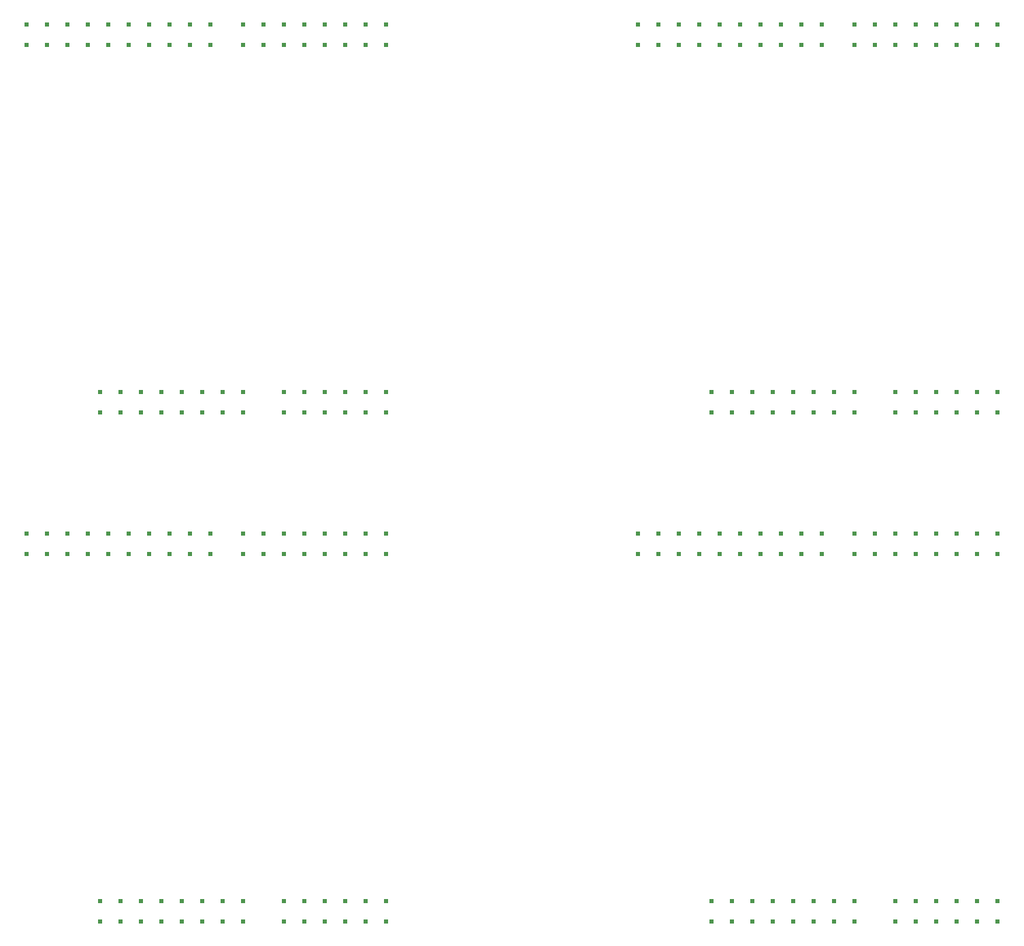
<source format=gbr>
G04 DipTrace 2.4.0.2*
%INTopAssy.gbr*%
%MOIN*%
%FSLAX44Y44*%
G04*
G70*
G90*
G75*
G01*
%LNTopAssy*%
%LPD*%
G36*
X28040Y5040D2*
X27841D1*
Y4840D1*
X28040D1*
Y5040D1*
G37*
G36*
X27040D2*
X26840D1*
Y4840D1*
X27040D1*
Y5040D1*
G37*
G36*
X26040D2*
X25840D1*
Y4840D1*
X26040D1*
Y5040D1*
G37*
G36*
X25040D2*
X24841D1*
Y4840D1*
X25040D1*
Y5040D1*
G37*
G36*
X24040D2*
X23840D1*
Y4840D1*
X24040D1*
Y5040D1*
G37*
G36*
X29040D2*
X28840D1*
Y4840D1*
X29040D1*
Y5040D1*
G37*
G36*
X22840Y23840D2*
X23040D1*
Y24040D1*
X22840D1*
Y23840D1*
G37*
G36*
X23840D2*
X24040D1*
Y24040D1*
X23840D1*
Y23840D1*
G37*
G36*
X24840D2*
X25040D1*
Y24040D1*
X24840D1*
Y23840D1*
G37*
G36*
X25840D2*
X26040D1*
Y24040D1*
X25840D1*
Y23840D1*
G37*
G36*
X26840D2*
X27040D1*
Y24040D1*
X26840D1*
Y23840D1*
G37*
G36*
X27840D2*
X28040D1*
Y24040D1*
X27840D1*
Y23840D1*
G37*
G36*
X28840D2*
X29040D1*
Y24040D1*
X28840D1*
Y23840D1*
G37*
G36*
X21840D2*
X22040D1*
Y24040D1*
X21840D1*
Y23840D1*
G37*
G36*
X21040Y5040D2*
X20840D1*
Y4840D1*
X21040D1*
Y5040D1*
G37*
G36*
X20040D2*
X19840D1*
Y4840D1*
X20040D1*
Y5040D1*
G37*
G36*
X19040D2*
X18840D1*
Y4840D1*
X19040D1*
Y5040D1*
G37*
G36*
X18040D2*
X17840D1*
Y4840D1*
X18040D1*
Y5040D1*
G37*
G36*
X17040D2*
X16840D1*
Y4840D1*
X17040D1*
Y5040D1*
G37*
G36*
X16040D2*
X15840D1*
Y4840D1*
X16040D1*
Y5040D1*
G37*
G36*
X15040D2*
X14840D1*
Y4840D1*
X15040D1*
Y5040D1*
G37*
G36*
X22040D2*
X21840D1*
Y4840D1*
X22040D1*
Y5040D1*
G37*
G36*
X12240Y23840D2*
X12440D1*
Y24040D1*
X12240D1*
Y23840D1*
G37*
G36*
X13240D2*
X13440D1*
Y24040D1*
X13240D1*
Y23840D1*
G37*
G36*
X14240D2*
X14440D1*
Y24040D1*
X14240D1*
Y23840D1*
G37*
G36*
X15240D2*
X15440D1*
Y24040D1*
X15240D1*
Y23840D1*
G37*
G36*
X16240D2*
X16440D1*
Y24040D1*
X16240D1*
Y23840D1*
G37*
G36*
X17240D2*
X17440D1*
Y24040D1*
X17240D1*
Y23840D1*
G37*
G36*
X18240D2*
X18440D1*
Y24040D1*
X18240D1*
Y23840D1*
G37*
G36*
X19240D2*
X19440D1*
Y24040D1*
X19240D1*
Y23840D1*
G37*
G36*
X20240D2*
X20440D1*
Y24040D1*
X20240D1*
Y23840D1*
G37*
G36*
X11240D2*
X11440D1*
Y24040D1*
X11240D1*
Y23840D1*
G37*
G36*
X12240Y22840D2*
X12440D1*
Y23040D1*
X12240D1*
Y22840D1*
G37*
G36*
X13240D2*
X13440D1*
Y23040D1*
X13240D1*
Y22840D1*
G37*
G36*
X14240D2*
X14440D1*
Y23040D1*
X14240D1*
Y22840D1*
G37*
G36*
X15240D2*
X15440D1*
Y23040D1*
X15240D1*
Y22840D1*
G37*
G36*
X16240D2*
X16440D1*
Y23040D1*
X16240D1*
Y22840D1*
G37*
G36*
X17240D2*
X17440D1*
Y23040D1*
X17240D1*
Y22840D1*
G37*
G36*
X18240D2*
X18440D1*
Y23040D1*
X18240D1*
Y22840D1*
G37*
G36*
X19240D2*
X19440D1*
Y23040D1*
X19240D1*
Y22840D1*
G37*
G36*
X20240D2*
X20440D1*
Y23040D1*
X20240D1*
Y22840D1*
G37*
G36*
X11240D2*
X11440D1*
Y23040D1*
X11240D1*
Y22840D1*
G37*
G36*
X22840D2*
X23040D1*
Y23040D1*
X22840D1*
Y22840D1*
G37*
G36*
X23840D2*
X24040D1*
Y23040D1*
X23840D1*
Y22840D1*
G37*
G36*
X24840D2*
X25040D1*
Y23040D1*
X24840D1*
Y22840D1*
G37*
G36*
X25840D2*
X26040D1*
Y23040D1*
X25840D1*
Y22840D1*
G37*
G36*
X26840D2*
X27040D1*
Y23040D1*
X26840D1*
Y22840D1*
G37*
G36*
X27840D2*
X28040D1*
Y23040D1*
X27840D1*
Y22840D1*
G37*
G36*
X28840D2*
X29040D1*
Y23040D1*
X28840D1*
Y22840D1*
G37*
G36*
X21840D2*
X22040D1*
Y23040D1*
X21840D1*
Y22840D1*
G37*
G36*
X28040Y6040D2*
X27841D1*
Y5840D1*
X28040D1*
Y6040D1*
G37*
G36*
X27040D2*
X26840D1*
Y5840D1*
X27040D1*
Y6040D1*
G37*
G36*
X26040D2*
X25840D1*
Y5840D1*
X26040D1*
Y6040D1*
G37*
G36*
X25040D2*
X24841D1*
Y5840D1*
X25040D1*
Y6040D1*
G37*
G36*
X24040D2*
X23840D1*
Y5840D1*
X24040D1*
Y6040D1*
G37*
G36*
X29040D2*
X28840D1*
Y5840D1*
X29040D1*
Y6040D1*
G37*
G36*
X21040D2*
X20840D1*
Y5840D1*
X21040D1*
Y6040D1*
G37*
G36*
X20040D2*
X19840D1*
Y5840D1*
X20040D1*
Y6040D1*
G37*
G36*
X19040D2*
X18840D1*
Y5840D1*
X19040D1*
Y6040D1*
G37*
G36*
X18040D2*
X17840D1*
Y5840D1*
X18040D1*
Y6040D1*
G37*
G36*
X17040D2*
X16840D1*
Y5840D1*
X17040D1*
Y6040D1*
G37*
G36*
X16040D2*
X15840D1*
Y5840D1*
X16040D1*
Y6040D1*
G37*
G36*
X15040D2*
X14840D1*
Y5840D1*
X15040D1*
Y6040D1*
G37*
G36*
X22040D2*
X21840D1*
Y5840D1*
X22040D1*
Y6040D1*
G37*
G36*
X57977Y5040D2*
X57778D1*
Y4840D1*
X57977D1*
Y5040D1*
G37*
G36*
X56977D2*
X56777D1*
Y4840D1*
X56977D1*
Y5040D1*
G37*
G36*
X55977D2*
X55777D1*
Y4840D1*
X55977D1*
Y5040D1*
G37*
G36*
X54977D2*
X54778D1*
Y4840D1*
X54977D1*
Y5040D1*
G37*
G36*
X53977D2*
X53777D1*
Y4840D1*
X53977D1*
Y5040D1*
G37*
G36*
X58977D2*
X58777D1*
Y4840D1*
X58977D1*
Y5040D1*
G37*
G36*
X52777Y23840D2*
X52977D1*
Y24040D1*
X52777D1*
Y23840D1*
G37*
G36*
X53777D2*
X53977D1*
Y24040D1*
X53777D1*
Y23840D1*
G37*
G36*
X54777D2*
X54977D1*
Y24040D1*
X54777D1*
Y23840D1*
G37*
G36*
X55777D2*
X55977D1*
Y24040D1*
X55777D1*
Y23840D1*
G37*
G36*
X56777D2*
X56977D1*
Y24040D1*
X56777D1*
Y23840D1*
G37*
G36*
X57777D2*
X57977D1*
Y24040D1*
X57777D1*
Y23840D1*
G37*
G36*
X58777D2*
X58977D1*
Y24040D1*
X58777D1*
Y23840D1*
G37*
G36*
X51777D2*
X51977D1*
Y24040D1*
X51777D1*
Y23840D1*
G37*
G36*
X50977Y5040D2*
X50777D1*
Y4840D1*
X50977D1*
Y5040D1*
G37*
G36*
X49977D2*
X49777D1*
Y4840D1*
X49977D1*
Y5040D1*
G37*
G36*
X48977D2*
X48777D1*
Y4840D1*
X48977D1*
Y5040D1*
G37*
G36*
X47977D2*
X47777D1*
Y4840D1*
X47977D1*
Y5040D1*
G37*
G36*
X46977D2*
X46777D1*
Y4840D1*
X46977D1*
Y5040D1*
G37*
G36*
X45977D2*
X45777D1*
Y4840D1*
X45977D1*
Y5040D1*
G37*
G36*
X44977D2*
X44777D1*
Y4840D1*
X44977D1*
Y5040D1*
G37*
G36*
X51977D2*
X51777D1*
Y4840D1*
X51977D1*
Y5040D1*
G37*
G36*
X42177Y23840D2*
X42377D1*
Y24040D1*
X42177D1*
Y23840D1*
G37*
G36*
X43177D2*
X43377D1*
Y24040D1*
X43177D1*
Y23840D1*
G37*
G36*
X44177D2*
X44377D1*
Y24040D1*
X44177D1*
Y23840D1*
G37*
G36*
X45177D2*
X45377D1*
Y24040D1*
X45177D1*
Y23840D1*
G37*
G36*
X46177D2*
X46377D1*
Y24040D1*
X46177D1*
Y23840D1*
G37*
G36*
X47177D2*
X47377D1*
Y24040D1*
X47177D1*
Y23840D1*
G37*
G36*
X48177D2*
X48377D1*
Y24040D1*
X48177D1*
Y23840D1*
G37*
G36*
X49177D2*
X49377D1*
Y24040D1*
X49177D1*
Y23840D1*
G37*
G36*
X50177D2*
X50377D1*
Y24040D1*
X50177D1*
Y23840D1*
G37*
G36*
X41177D2*
X41377D1*
Y24040D1*
X41177D1*
Y23840D1*
G37*
G36*
X42177Y22840D2*
X42377D1*
Y23040D1*
X42177D1*
Y22840D1*
G37*
G36*
X43177D2*
X43377D1*
Y23040D1*
X43177D1*
Y22840D1*
G37*
G36*
X44177D2*
X44377D1*
Y23040D1*
X44177D1*
Y22840D1*
G37*
G36*
X45177D2*
X45377D1*
Y23040D1*
X45177D1*
Y22840D1*
G37*
G36*
X46177D2*
X46377D1*
Y23040D1*
X46177D1*
Y22840D1*
G37*
G36*
X47177D2*
X47377D1*
Y23040D1*
X47177D1*
Y22840D1*
G37*
G36*
X48177D2*
X48377D1*
Y23040D1*
X48177D1*
Y22840D1*
G37*
G36*
X49177D2*
X49377D1*
Y23040D1*
X49177D1*
Y22840D1*
G37*
G36*
X50177D2*
X50377D1*
Y23040D1*
X50177D1*
Y22840D1*
G37*
G36*
X41177D2*
X41377D1*
Y23040D1*
X41177D1*
Y22840D1*
G37*
G36*
X52777D2*
X52977D1*
Y23040D1*
X52777D1*
Y22840D1*
G37*
G36*
X53777D2*
X53977D1*
Y23040D1*
X53777D1*
Y22840D1*
G37*
G36*
X54777D2*
X54977D1*
Y23040D1*
X54777D1*
Y22840D1*
G37*
G36*
X55777D2*
X55977D1*
Y23040D1*
X55777D1*
Y22840D1*
G37*
G36*
X56777D2*
X56977D1*
Y23040D1*
X56777D1*
Y22840D1*
G37*
G36*
X57777D2*
X57977D1*
Y23040D1*
X57777D1*
Y22840D1*
G37*
G36*
X58777D2*
X58977D1*
Y23040D1*
X58777D1*
Y22840D1*
G37*
G36*
X51777D2*
X51977D1*
Y23040D1*
X51777D1*
Y22840D1*
G37*
G36*
X57977Y6040D2*
X57778D1*
Y5840D1*
X57977D1*
Y6040D1*
G37*
G36*
X56977D2*
X56777D1*
Y5840D1*
X56977D1*
Y6040D1*
G37*
G36*
X55977D2*
X55777D1*
Y5840D1*
X55977D1*
Y6040D1*
G37*
G36*
X54977D2*
X54778D1*
Y5840D1*
X54977D1*
Y6040D1*
G37*
G36*
X53977D2*
X53777D1*
Y5840D1*
X53977D1*
Y6040D1*
G37*
G36*
X58977D2*
X58777D1*
Y5840D1*
X58977D1*
Y6040D1*
G37*
G36*
X50977D2*
X50777D1*
Y5840D1*
X50977D1*
Y6040D1*
G37*
G36*
X49977D2*
X49777D1*
Y5840D1*
X49977D1*
Y6040D1*
G37*
G36*
X48977D2*
X48777D1*
Y5840D1*
X48977D1*
Y6040D1*
G37*
G36*
X47977D2*
X47777D1*
Y5840D1*
X47977D1*
Y6040D1*
G37*
G36*
X46977D2*
X46777D1*
Y5840D1*
X46977D1*
Y6040D1*
G37*
G36*
X45977D2*
X45777D1*
Y5840D1*
X45977D1*
Y6040D1*
G37*
G36*
X44977D2*
X44777D1*
Y5840D1*
X44977D1*
Y6040D1*
G37*
G36*
X51977D2*
X51777D1*
Y5840D1*
X51977D1*
Y6040D1*
G37*
G36*
X28040Y29977D2*
X27841D1*
Y29777D1*
X28040D1*
Y29977D1*
G37*
G36*
X27040D2*
X26840D1*
Y29777D1*
X27040D1*
Y29977D1*
G37*
G36*
X26040D2*
X25840D1*
Y29777D1*
X26040D1*
Y29977D1*
G37*
G36*
X25040D2*
X24841D1*
Y29777D1*
X25040D1*
Y29977D1*
G37*
G36*
X24040D2*
X23840D1*
Y29777D1*
X24040D1*
Y29977D1*
G37*
G36*
X29040D2*
X28840D1*
Y29777D1*
X29040D1*
Y29977D1*
G37*
G36*
X22840Y48777D2*
X23040D1*
Y48977D1*
X22840D1*
Y48777D1*
G37*
G36*
X23840D2*
X24040D1*
Y48977D1*
X23840D1*
Y48777D1*
G37*
G36*
X24840D2*
X25040D1*
Y48977D1*
X24840D1*
Y48777D1*
G37*
G36*
X25840D2*
X26040D1*
Y48977D1*
X25840D1*
Y48777D1*
G37*
G36*
X26840D2*
X27040D1*
Y48977D1*
X26840D1*
Y48777D1*
G37*
G36*
X27840D2*
X28040D1*
Y48977D1*
X27840D1*
Y48777D1*
G37*
G36*
X28840D2*
X29040D1*
Y48977D1*
X28840D1*
Y48777D1*
G37*
G36*
X21840D2*
X22040D1*
Y48977D1*
X21840D1*
Y48777D1*
G37*
G36*
X21040Y29977D2*
X20840D1*
Y29777D1*
X21040D1*
Y29977D1*
G37*
G36*
X20040D2*
X19840D1*
Y29777D1*
X20040D1*
Y29977D1*
G37*
G36*
X19040D2*
X18840D1*
Y29777D1*
X19040D1*
Y29977D1*
G37*
G36*
X18040D2*
X17840D1*
Y29777D1*
X18040D1*
Y29977D1*
G37*
G36*
X17040D2*
X16840D1*
Y29777D1*
X17040D1*
Y29977D1*
G37*
G36*
X16040D2*
X15840D1*
Y29777D1*
X16040D1*
Y29977D1*
G37*
G36*
X15040D2*
X14840D1*
Y29777D1*
X15040D1*
Y29977D1*
G37*
G36*
X22040D2*
X21840D1*
Y29777D1*
X22040D1*
Y29977D1*
G37*
G36*
X12240Y48777D2*
X12440D1*
Y48977D1*
X12240D1*
Y48777D1*
G37*
G36*
X13240D2*
X13440D1*
Y48977D1*
X13240D1*
Y48777D1*
G37*
G36*
X14240D2*
X14440D1*
Y48977D1*
X14240D1*
Y48777D1*
G37*
G36*
X15240D2*
X15440D1*
Y48977D1*
X15240D1*
Y48777D1*
G37*
G36*
X16240D2*
X16440D1*
Y48977D1*
X16240D1*
Y48777D1*
G37*
G36*
X17240D2*
X17440D1*
Y48977D1*
X17240D1*
Y48777D1*
G37*
G36*
X18240D2*
X18440D1*
Y48977D1*
X18240D1*
Y48777D1*
G37*
G36*
X19240D2*
X19440D1*
Y48977D1*
X19240D1*
Y48777D1*
G37*
G36*
X20240D2*
X20440D1*
Y48977D1*
X20240D1*
Y48777D1*
G37*
G36*
X11240D2*
X11440D1*
Y48977D1*
X11240D1*
Y48777D1*
G37*
G36*
X12240Y47777D2*
X12440D1*
Y47977D1*
X12240D1*
Y47777D1*
G37*
G36*
X13240D2*
X13440D1*
Y47977D1*
X13240D1*
Y47777D1*
G37*
G36*
X14240D2*
X14440D1*
Y47977D1*
X14240D1*
Y47777D1*
G37*
G36*
X15240D2*
X15440D1*
Y47977D1*
X15240D1*
Y47777D1*
G37*
G36*
X16240D2*
X16440D1*
Y47977D1*
X16240D1*
Y47777D1*
G37*
G36*
X17240D2*
X17440D1*
Y47977D1*
X17240D1*
Y47777D1*
G37*
G36*
X18240D2*
X18440D1*
Y47977D1*
X18240D1*
Y47777D1*
G37*
G36*
X19240D2*
X19440D1*
Y47977D1*
X19240D1*
Y47777D1*
G37*
G36*
X20240D2*
X20440D1*
Y47977D1*
X20240D1*
Y47777D1*
G37*
G36*
X11240D2*
X11440D1*
Y47977D1*
X11240D1*
Y47777D1*
G37*
G36*
X22840D2*
X23040D1*
Y47977D1*
X22840D1*
Y47777D1*
G37*
G36*
X23840D2*
X24040D1*
Y47977D1*
X23840D1*
Y47777D1*
G37*
G36*
X24840D2*
X25040D1*
Y47977D1*
X24840D1*
Y47777D1*
G37*
G36*
X25840D2*
X26040D1*
Y47977D1*
X25840D1*
Y47777D1*
G37*
G36*
X26840D2*
X27040D1*
Y47977D1*
X26840D1*
Y47777D1*
G37*
G36*
X27840D2*
X28040D1*
Y47977D1*
X27840D1*
Y47777D1*
G37*
G36*
X28840D2*
X29040D1*
Y47977D1*
X28840D1*
Y47777D1*
G37*
G36*
X21840D2*
X22040D1*
Y47977D1*
X21840D1*
Y47777D1*
G37*
G36*
X28040Y30977D2*
X27841D1*
Y30777D1*
X28040D1*
Y30977D1*
G37*
G36*
X27040D2*
X26840D1*
Y30777D1*
X27040D1*
Y30977D1*
G37*
G36*
X26040D2*
X25840D1*
Y30777D1*
X26040D1*
Y30977D1*
G37*
G36*
X25040D2*
X24841D1*
Y30777D1*
X25040D1*
Y30977D1*
G37*
G36*
X24040D2*
X23840D1*
Y30777D1*
X24040D1*
Y30977D1*
G37*
G36*
X29040D2*
X28840D1*
Y30777D1*
X29040D1*
Y30977D1*
G37*
G36*
X21040D2*
X20840D1*
Y30777D1*
X21040D1*
Y30977D1*
G37*
G36*
X20040D2*
X19840D1*
Y30777D1*
X20040D1*
Y30977D1*
G37*
G36*
X19040D2*
X18840D1*
Y30777D1*
X19040D1*
Y30977D1*
G37*
G36*
X18040D2*
X17840D1*
Y30777D1*
X18040D1*
Y30977D1*
G37*
G36*
X17040D2*
X16840D1*
Y30777D1*
X17040D1*
Y30977D1*
G37*
G36*
X16040D2*
X15840D1*
Y30777D1*
X16040D1*
Y30977D1*
G37*
G36*
X15040D2*
X14840D1*
Y30777D1*
X15040D1*
Y30977D1*
G37*
G36*
X22040D2*
X21840D1*
Y30777D1*
X22040D1*
Y30977D1*
G37*
G36*
X57977Y29977D2*
X57778D1*
Y29777D1*
X57977D1*
Y29977D1*
G37*
G36*
X56977D2*
X56777D1*
Y29777D1*
X56977D1*
Y29977D1*
G37*
G36*
X55977D2*
X55777D1*
Y29777D1*
X55977D1*
Y29977D1*
G37*
G36*
X54977D2*
X54778D1*
Y29777D1*
X54977D1*
Y29977D1*
G37*
G36*
X53977D2*
X53777D1*
Y29777D1*
X53977D1*
Y29977D1*
G37*
G36*
X58977D2*
X58777D1*
Y29777D1*
X58977D1*
Y29977D1*
G37*
G36*
X52777Y48777D2*
X52977D1*
Y48977D1*
X52777D1*
Y48777D1*
G37*
G36*
X53777D2*
X53977D1*
Y48977D1*
X53777D1*
Y48777D1*
G37*
G36*
X54777D2*
X54977D1*
Y48977D1*
X54777D1*
Y48777D1*
G37*
G36*
X55777D2*
X55977D1*
Y48977D1*
X55777D1*
Y48777D1*
G37*
G36*
X56777D2*
X56977D1*
Y48977D1*
X56777D1*
Y48777D1*
G37*
G36*
X57777D2*
X57977D1*
Y48977D1*
X57777D1*
Y48777D1*
G37*
G36*
X58777D2*
X58977D1*
Y48977D1*
X58777D1*
Y48777D1*
G37*
G36*
X51777D2*
X51977D1*
Y48977D1*
X51777D1*
Y48777D1*
G37*
G36*
X50977Y29977D2*
X50777D1*
Y29777D1*
X50977D1*
Y29977D1*
G37*
G36*
X49977D2*
X49777D1*
Y29777D1*
X49977D1*
Y29977D1*
G37*
G36*
X48977D2*
X48777D1*
Y29777D1*
X48977D1*
Y29977D1*
G37*
G36*
X47977D2*
X47777D1*
Y29777D1*
X47977D1*
Y29977D1*
G37*
G36*
X46977D2*
X46777D1*
Y29777D1*
X46977D1*
Y29977D1*
G37*
G36*
X45977D2*
X45777D1*
Y29777D1*
X45977D1*
Y29977D1*
G37*
G36*
X44977D2*
X44777D1*
Y29777D1*
X44977D1*
Y29977D1*
G37*
G36*
X51977D2*
X51777D1*
Y29777D1*
X51977D1*
Y29977D1*
G37*
G36*
X42177Y48777D2*
X42377D1*
Y48977D1*
X42177D1*
Y48777D1*
G37*
G36*
X43177D2*
X43377D1*
Y48977D1*
X43177D1*
Y48777D1*
G37*
G36*
X44177D2*
X44377D1*
Y48977D1*
X44177D1*
Y48777D1*
G37*
G36*
X45177D2*
X45377D1*
Y48977D1*
X45177D1*
Y48777D1*
G37*
G36*
X46177D2*
X46377D1*
Y48977D1*
X46177D1*
Y48777D1*
G37*
G36*
X47177D2*
X47377D1*
Y48977D1*
X47177D1*
Y48777D1*
G37*
G36*
X48177D2*
X48377D1*
Y48977D1*
X48177D1*
Y48777D1*
G37*
G36*
X49177D2*
X49377D1*
Y48977D1*
X49177D1*
Y48777D1*
G37*
G36*
X50177D2*
X50377D1*
Y48977D1*
X50177D1*
Y48777D1*
G37*
G36*
X41177D2*
X41377D1*
Y48977D1*
X41177D1*
Y48777D1*
G37*
G36*
X42177Y47777D2*
X42377D1*
Y47977D1*
X42177D1*
Y47777D1*
G37*
G36*
X43177D2*
X43377D1*
Y47977D1*
X43177D1*
Y47777D1*
G37*
G36*
X44177D2*
X44377D1*
Y47977D1*
X44177D1*
Y47777D1*
G37*
G36*
X45177D2*
X45377D1*
Y47977D1*
X45177D1*
Y47777D1*
G37*
G36*
X46177D2*
X46377D1*
Y47977D1*
X46177D1*
Y47777D1*
G37*
G36*
X47177D2*
X47377D1*
Y47977D1*
X47177D1*
Y47777D1*
G37*
G36*
X48177D2*
X48377D1*
Y47977D1*
X48177D1*
Y47777D1*
G37*
G36*
X49177D2*
X49377D1*
Y47977D1*
X49177D1*
Y47777D1*
G37*
G36*
X50177D2*
X50377D1*
Y47977D1*
X50177D1*
Y47777D1*
G37*
G36*
X41177D2*
X41377D1*
Y47977D1*
X41177D1*
Y47777D1*
G37*
G36*
X52777D2*
X52977D1*
Y47977D1*
X52777D1*
Y47777D1*
G37*
G36*
X53777D2*
X53977D1*
Y47977D1*
X53777D1*
Y47777D1*
G37*
G36*
X54777D2*
X54977D1*
Y47977D1*
X54777D1*
Y47777D1*
G37*
G36*
X55777D2*
X55977D1*
Y47977D1*
X55777D1*
Y47777D1*
G37*
G36*
X56777D2*
X56977D1*
Y47977D1*
X56777D1*
Y47777D1*
G37*
G36*
X57777D2*
X57977D1*
Y47977D1*
X57777D1*
Y47777D1*
G37*
G36*
X58777D2*
X58977D1*
Y47977D1*
X58777D1*
Y47777D1*
G37*
G36*
X51777D2*
X51977D1*
Y47977D1*
X51777D1*
Y47777D1*
G37*
G36*
X57977Y30977D2*
X57778D1*
Y30777D1*
X57977D1*
Y30977D1*
G37*
G36*
X56977D2*
X56777D1*
Y30777D1*
X56977D1*
Y30977D1*
G37*
G36*
X55977D2*
X55777D1*
Y30777D1*
X55977D1*
Y30977D1*
G37*
G36*
X54977D2*
X54778D1*
Y30777D1*
X54977D1*
Y30977D1*
G37*
G36*
X53977D2*
X53777D1*
Y30777D1*
X53977D1*
Y30977D1*
G37*
G36*
X58977D2*
X58777D1*
Y30777D1*
X58977D1*
Y30977D1*
G37*
G36*
X50977D2*
X50777D1*
Y30777D1*
X50977D1*
Y30977D1*
G37*
G36*
X49977D2*
X49777D1*
Y30777D1*
X49977D1*
Y30977D1*
G37*
G36*
X48977D2*
X48777D1*
Y30777D1*
X48977D1*
Y30977D1*
G37*
G36*
X47977D2*
X47777D1*
Y30777D1*
X47977D1*
Y30977D1*
G37*
G36*
X46977D2*
X46777D1*
Y30777D1*
X46977D1*
Y30977D1*
G37*
G36*
X45977D2*
X45777D1*
Y30777D1*
X45977D1*
Y30977D1*
G37*
G36*
X44977D2*
X44777D1*
Y30777D1*
X44977D1*
Y30977D1*
G37*
G36*
X51977D2*
X51777D1*
Y30777D1*
X51977D1*
Y30977D1*
G37*
M02*

</source>
